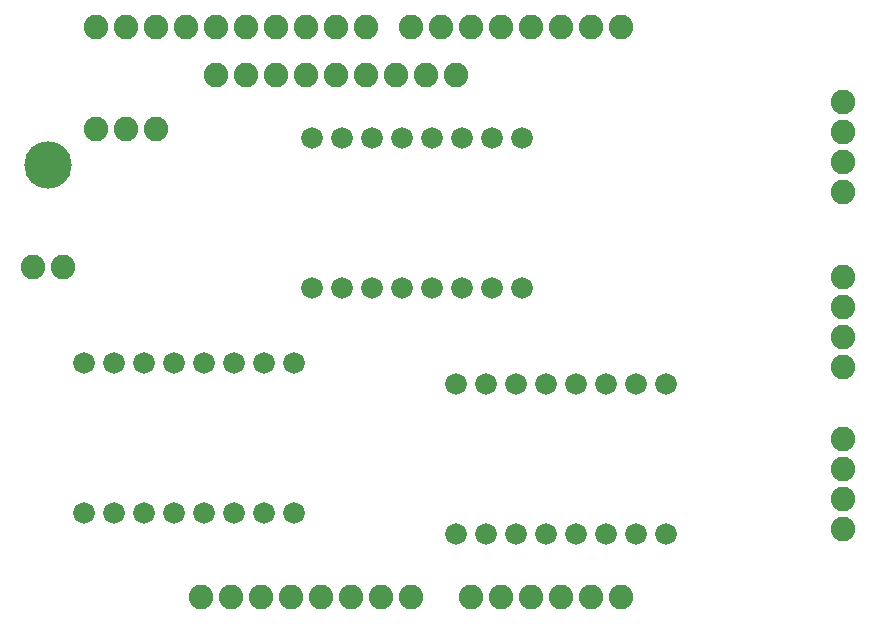
<source format=gts>
G75*
%MOIN*%
%OFA0B0*%
%FSLAX25Y25*%
%IPPOS*%
%LPD*%
%AMOC8*
5,1,8,0,0,1.08239X$1,22.5*
%
%ADD10C,0.15800*%
%ADD11C,0.08200*%
%ADD12C,0.07200*%
D10*
X0086524Y0188000D03*
D11*
X0102524Y0200000D03*
X0112524Y0200000D03*
X0122524Y0200000D03*
X0142524Y0218000D03*
X0152524Y0218000D03*
X0162524Y0218000D03*
X0172524Y0218000D03*
X0182524Y0218000D03*
X0192524Y0218000D03*
X0202524Y0218000D03*
X0212524Y0218000D03*
X0222524Y0218000D03*
X0227524Y0234000D03*
X0237524Y0234000D03*
X0247524Y0234000D03*
X0257524Y0234000D03*
X0267524Y0234000D03*
X0277524Y0234000D03*
X0217524Y0234000D03*
X0207524Y0234000D03*
X0192524Y0234000D03*
X0182524Y0234000D03*
X0172524Y0234000D03*
X0162524Y0234000D03*
X0152524Y0234000D03*
X0142524Y0234000D03*
X0132524Y0234000D03*
X0122524Y0234000D03*
X0112524Y0234000D03*
X0102524Y0234000D03*
X0091524Y0154000D03*
X0081524Y0154000D03*
X0137524Y0044000D03*
X0147524Y0044000D03*
X0157524Y0044000D03*
X0167524Y0044000D03*
X0177524Y0044000D03*
X0187524Y0044000D03*
X0197524Y0044000D03*
X0207524Y0044000D03*
X0227524Y0044000D03*
X0237524Y0044000D03*
X0247524Y0044000D03*
X0257524Y0044000D03*
X0267524Y0044000D03*
X0277524Y0044000D03*
X0351524Y0066500D03*
X0351524Y0076500D03*
X0351524Y0086500D03*
X0351524Y0096500D03*
X0351524Y0120500D03*
X0351524Y0130500D03*
X0351524Y0140500D03*
X0351524Y0150500D03*
X0351524Y0179000D03*
X0351524Y0189000D03*
X0351524Y0199000D03*
X0351524Y0209000D03*
D12*
X0098524Y0072000D03*
X0108524Y0072000D03*
X0118524Y0072000D03*
X0128524Y0072000D03*
X0138524Y0072000D03*
X0148524Y0072000D03*
X0158524Y0072000D03*
X0168524Y0072000D03*
X0222524Y0065000D03*
X0232524Y0065000D03*
X0242524Y0065000D03*
X0252524Y0065000D03*
X0262524Y0065000D03*
X0272524Y0065000D03*
X0282524Y0065000D03*
X0292524Y0065000D03*
X0292524Y0115000D03*
X0282524Y0115000D03*
X0272524Y0115000D03*
X0262524Y0115000D03*
X0252524Y0115000D03*
X0242524Y0115000D03*
X0232524Y0115000D03*
X0222524Y0115000D03*
X0224524Y0147000D03*
X0234524Y0147000D03*
X0244524Y0147000D03*
X0214524Y0147000D03*
X0204524Y0147000D03*
X0194524Y0147000D03*
X0184524Y0147000D03*
X0174524Y0147000D03*
X0168524Y0122000D03*
X0158524Y0122000D03*
X0148524Y0122000D03*
X0138524Y0122000D03*
X0128524Y0122000D03*
X0118524Y0122000D03*
X0108524Y0122000D03*
X0098524Y0122000D03*
X0174524Y0197000D03*
X0184524Y0197000D03*
X0194524Y0197000D03*
X0204524Y0197000D03*
X0214524Y0197000D03*
X0224524Y0197000D03*
X0234524Y0197000D03*
X0244524Y0197000D03*
M02*

</source>
